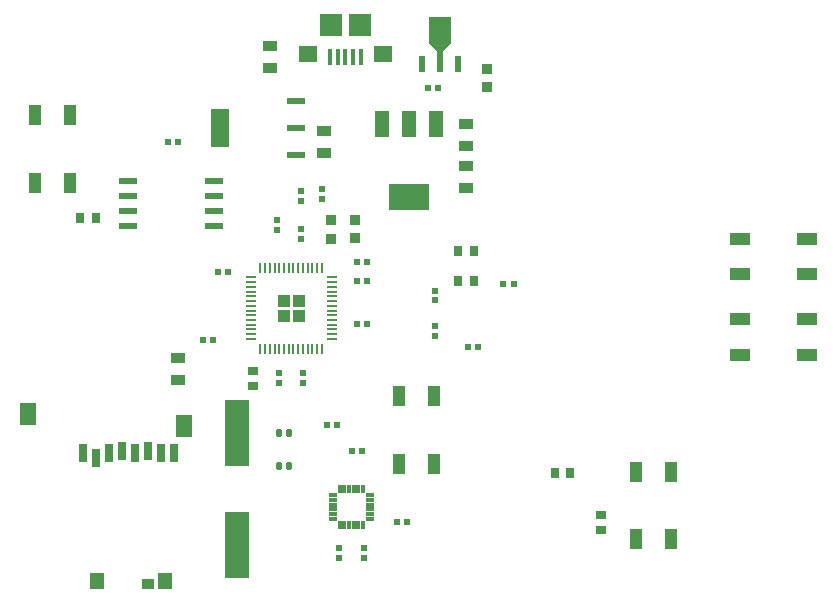
<source format=gbr>
%TF.GenerationSoftware,KiCad,Pcbnew,7.0.1*%
%TF.CreationDate,2023-05-24T15:14:25-04:00*%
%TF.ProjectId,Drone_PCB,44726f6e-655f-4504-9342-2e6b69636164,rev?*%
%TF.SameCoordinates,Original*%
%TF.FileFunction,Paste,Top*%
%TF.FilePolarity,Positive*%
%FSLAX46Y46*%
G04 Gerber Fmt 4.6, Leading zero omitted, Abs format (unit mm)*
G04 Created by KiCad (PCBNEW 7.0.1) date 2023-05-24 15:14:25*
%MOMM*%
%LPD*%
G01*
G04 APERTURE LIST*
G04 Aperture macros list*
%AMRoundRect*
0 Rectangle with rounded corners*
0 $1 Rounding radius*
0 $2 $3 $4 $5 $6 $7 $8 $9 X,Y pos of 4 corners*
0 Add a 4 corners polygon primitive as box body*
4,1,4,$2,$3,$4,$5,$6,$7,$8,$9,$2,$3,0*
0 Add four circle primitives for the rounded corners*
1,1,$1+$1,$2,$3*
1,1,$1+$1,$4,$5*
1,1,$1+$1,$6,$7*
1,1,$1+$1,$8,$9*
0 Add four rect primitives between the rounded corners*
20,1,$1+$1,$2,$3,$4,$5,0*
20,1,$1+$1,$4,$5,$6,$7,0*
20,1,$1+$1,$6,$7,$8,$9,0*
20,1,$1+$1,$8,$9,$2,$3,0*%
G04 Aperture macros list end*
%ADD10R,0.590000X0.630000*%
%ADD11R,0.700000X0.900000*%
%ADD12R,0.630000X0.590000*%
%ADD13R,1.200000X2.200000*%
%ADD14R,3.500000X2.200000*%
%ADD15R,2.100000X5.600000*%
%ADD16R,1.701800X0.990600*%
%ADD17R,0.990600X1.701800*%
%ADD18RoundRect,0.250000X-0.292217X-0.292217X0.292217X-0.292217X0.292217X0.292217X-0.292217X0.292217X0*%
%ADD19RoundRect,0.050000X-0.387500X-0.050000X0.387500X-0.050000X0.387500X0.050000X-0.387500X0.050000X0*%
%ADD20RoundRect,0.050000X-0.050000X-0.387500X0.050000X-0.387500X0.050000X0.387500X-0.050000X0.387500X0*%
%ADD21R,0.930000X0.870000*%
%ADD22R,1.524000X0.533400*%
%ADD23R,1.250000X0.855600*%
%ADD24R,0.540000X0.600000*%
%ADD25RoundRect,0.075600X0.194400X-0.224400X0.194400X0.224400X-0.194400X0.224400X-0.194400X-0.224400X0*%
%ADD26R,0.630000X0.560000*%
%ADD27RoundRect,0.006600X-0.313400X-0.103400X0.313400X-0.103400X0.313400X0.103400X-0.313400X0.103400X0*%
%ADD28RoundRect,0.006600X0.103400X-0.313400X0.103400X0.313400X-0.103400X0.313400X-0.103400X-0.313400X0*%
%ADD29RoundRect,0.006600X0.313400X0.103400X-0.313400X0.103400X-0.313400X-0.103400X0.313400X-0.103400X0*%
%ADD30RoundRect,0.006600X-0.103400X0.313400X-0.103400X-0.313400X0.103400X-0.313400X0.103400X0.313400X0*%
%ADD31R,0.900000X0.700000*%
%ADD32R,1.549400X0.609600*%
%ADD33R,0.800000X1.500000*%
%ADD34R,1.000000X0.950000*%
%ADD35R,1.300000X1.400000*%
%ADD36R,1.400000X1.900000*%
%ADD37R,0.600000X0.590000*%
%ADD38R,0.482600X1.397000*%
%ADD39R,0.558800X1.397000*%
%ADD40R,0.400000X1.350000*%
%ADD41R,1.600000X1.400000*%
%ADD42R,1.900000X1.900000*%
G04 APERTURE END LIST*
%TO.C,U7*%
G36*
X132148900Y-112025600D02*
G01*
X130599500Y-112025600D01*
X130599500Y-108774400D01*
X132148900Y-108774400D01*
X132148900Y-112025600D01*
G37*
%TO.C,U4*%
G36*
X150914400Y-103304800D02*
G01*
X150279400Y-103939800D01*
X150279400Y-104295400D01*
X149720600Y-104295400D01*
X149720600Y-103939800D01*
X149085600Y-103304800D01*
X149085600Y-101044200D01*
X150914400Y-101044200D01*
X150914400Y-103304800D01*
G37*
%TD*%
D10*
%TO.C,C3*%
X127840000Y-111600000D03*
X127000000Y-111600000D03*
%TD*%
D11*
%TO.C,R10*%
X161050000Y-139600000D03*
X159750000Y-139600000D03*
%TD*%
D12*
%TO.C,C8*%
X143600000Y-146820000D03*
X143600000Y-145980000D03*
%TD*%
D13*
%TO.C,U2*%
X149700000Y-110100000D03*
X147400000Y-110100000D03*
X145100000Y-110100000D03*
D14*
X147400000Y-116300000D03*
%TD*%
D15*
%TO.C,Y1*%
X132800000Y-136250000D03*
X132800000Y-145750000D03*
%TD*%
D16*
%TO.C,SW5*%
X175400000Y-119800000D03*
X181115000Y-119800000D03*
X175400000Y-122800000D03*
X181115000Y-122800000D03*
%TD*%
D17*
%TO.C,SW2*%
X146500000Y-138857500D03*
X146500000Y-133142500D03*
X149500000Y-138857500D03*
X149500000Y-133142500D03*
%TD*%
D12*
%TO.C,C6*%
X149600000Y-125020000D03*
X149600000Y-124180000D03*
%TD*%
D11*
%TO.C,R6*%
X152850000Y-123400000D03*
X151550000Y-123400000D03*
%TD*%
D18*
%TO.C,U1*%
X136762500Y-125037500D03*
X136762500Y-126312500D03*
X138037500Y-125037500D03*
X138037500Y-126312500D03*
D19*
X133962500Y-123075000D03*
X133962500Y-123475000D03*
X133962500Y-123875000D03*
X133962500Y-124275000D03*
X133962500Y-124675000D03*
X133962500Y-125075000D03*
X133962500Y-125475000D03*
X133962500Y-125875000D03*
X133962500Y-126275000D03*
X133962500Y-126675000D03*
X133962500Y-127075000D03*
X133962500Y-127475000D03*
X133962500Y-127875000D03*
X133962500Y-128275000D03*
D20*
X134800000Y-129112500D03*
X135200000Y-129112500D03*
X135600000Y-129112500D03*
X136000000Y-129112500D03*
X136400000Y-129112500D03*
X136800000Y-129112500D03*
X137200000Y-129112500D03*
X137600000Y-129112500D03*
X138000000Y-129112500D03*
X138400000Y-129112500D03*
X138800000Y-129112500D03*
X139200000Y-129112500D03*
X139600000Y-129112500D03*
X140000000Y-129112500D03*
D19*
X140837500Y-128275000D03*
X140837500Y-127875000D03*
X140837500Y-127475000D03*
X140837500Y-127075000D03*
X140837500Y-126675000D03*
X140837500Y-126275000D03*
X140837500Y-125875000D03*
X140837500Y-125475000D03*
X140837500Y-125075000D03*
X140837500Y-124675000D03*
X140837500Y-124275000D03*
X140837500Y-123875000D03*
X140837500Y-123475000D03*
X140837500Y-123075000D03*
D20*
X140000000Y-122237500D03*
X139600000Y-122237500D03*
X139200000Y-122237500D03*
X138800000Y-122237500D03*
X138400000Y-122237500D03*
X138000000Y-122237500D03*
X137600000Y-122237500D03*
X137200000Y-122237500D03*
X136800000Y-122237500D03*
X136400000Y-122237500D03*
X136000000Y-122237500D03*
X135600000Y-122237500D03*
X135200000Y-122237500D03*
X134800000Y-122237500D03*
%TD*%
D10*
%TO.C,C23*%
X143000000Y-121800000D03*
X143840000Y-121800000D03*
%TD*%
%TO.C,C20*%
X130820000Y-128400000D03*
X129980000Y-128400000D03*
%TD*%
D21*
%TO.C,C14*%
X142800000Y-119762500D03*
X142800000Y-118202500D03*
%TD*%
D12*
%TO.C,C16*%
X138400000Y-131180000D03*
X138400000Y-132020000D03*
%TD*%
D21*
%TO.C,C26*%
X154000000Y-106980000D03*
X154000000Y-105420000D03*
%TD*%
D22*
%TO.C,U5*%
X123592600Y-114932500D03*
X123592600Y-116202500D03*
X123592600Y-117472500D03*
X123592600Y-118742500D03*
X130882400Y-118742500D03*
X130882400Y-117472500D03*
X130882400Y-116202500D03*
X130882400Y-114932500D03*
%TD*%
D23*
%TO.C,C11*%
X135600000Y-103472200D03*
X135600000Y-105327800D03*
%TD*%
D21*
%TO.C,C13*%
X140800000Y-119780000D03*
X140800000Y-118220000D03*
%TD*%
D17*
%TO.C,SW1*%
X118700000Y-109342500D03*
X118700000Y-115057500D03*
X115700000Y-109342500D03*
X115700000Y-115057500D03*
%TD*%
D24*
%TO.C,R12*%
X153232000Y-129000000D03*
X152368000Y-129000000D03*
%TD*%
D12*
%TO.C,C18*%
X138200000Y-118980000D03*
X138200000Y-119820000D03*
%TD*%
D25*
%TO.C,C4*%
X136370000Y-139000000D03*
X137230000Y-139000000D03*
%TD*%
D24*
%TO.C,R11*%
X155368000Y-123600000D03*
X156232000Y-123600000D03*
%TD*%
D12*
%TO.C,C9*%
X141420000Y-146820000D03*
X141420000Y-145980000D03*
%TD*%
%TO.C,C15*%
X136200000Y-119020000D03*
X136200000Y-118180000D03*
%TD*%
D26*
%TO.C,C24*%
X149600000Y-127165000D03*
X149600000Y-128035000D03*
%TD*%
D11*
%TO.C,R3*%
X119550000Y-118000000D03*
X120850000Y-118000000D03*
%TD*%
D10*
%TO.C,C22*%
X132020000Y-122637500D03*
X131180000Y-122637500D03*
%TD*%
%TO.C,C25*%
X149800000Y-107000000D03*
X148960000Y-107000000D03*
%TD*%
D25*
%TO.C,C5*%
X136370000Y-136200000D03*
X137230000Y-136200000D03*
%TD*%
D11*
%TO.C,R5*%
X152850000Y-120800000D03*
X151550000Y-120800000D03*
%TD*%
D27*
%TO.C,U3*%
X140955000Y-141500000D03*
X140955000Y-141900000D03*
X140955000Y-142300000D03*
X140955000Y-142700000D03*
X140955000Y-143100000D03*
X140955000Y-143500000D03*
D28*
X141500000Y-144045000D03*
X141900000Y-144045000D03*
X142300000Y-144045000D03*
X142700000Y-144045000D03*
X143100000Y-144045000D03*
X143500000Y-144045000D03*
D29*
X144045000Y-143500000D03*
X144045000Y-143100000D03*
X144045000Y-142700000D03*
X144045000Y-142300000D03*
X144045000Y-141900000D03*
X144045000Y-141500000D03*
D30*
X143500000Y-140955000D03*
X143100000Y-140955000D03*
X142700000Y-140955000D03*
X142300000Y-140955000D03*
X141900000Y-140955000D03*
X141500000Y-140955000D03*
%TD*%
D23*
%TO.C,C10*%
X127800000Y-129872200D03*
X127800000Y-131727800D03*
%TD*%
D31*
%TO.C,R9*%
X163600000Y-143150000D03*
X163600000Y-144450000D03*
%TD*%
D12*
%TO.C,C17*%
X136400000Y-132020000D03*
X136400000Y-131180000D03*
%TD*%
D24*
%TO.C,R8*%
X141264000Y-135600000D03*
X140400000Y-135600000D03*
%TD*%
D16*
%TO.C,SW4*%
X175400000Y-126600000D03*
X181115000Y-126600000D03*
X175400000Y-129600000D03*
X181115000Y-129600000D03*
%TD*%
D32*
%TO.C,U7*%
X137825800Y-112698700D03*
X137825800Y-110400000D03*
X137825800Y-108101300D03*
%TD*%
D33*
%TO.C,J1*%
X119800000Y-137940000D03*
X120900000Y-138340000D03*
X122000000Y-137940000D03*
X123100000Y-137740000D03*
X124200000Y-137940000D03*
X125300000Y-137740000D03*
X126400000Y-137940000D03*
X127500000Y-137940000D03*
D34*
X125300000Y-149025000D03*
D35*
X126690000Y-148800000D03*
X120990000Y-148800000D03*
D36*
X115140000Y-134650000D03*
X128290000Y-135650000D03*
%TD*%
D37*
%TO.C,R2*%
X140000000Y-115600000D03*
X140000000Y-116440000D03*
%TD*%
D38*
%TO.C,U4*%
X148505000Y-104993900D03*
D39*
X150000000Y-104993900D03*
D38*
X151495000Y-104993900D03*
%TD*%
D10*
%TO.C,C19*%
X143840000Y-123400000D03*
X143000000Y-123400000D03*
%TD*%
D23*
%TO.C,C12*%
X140200000Y-110672200D03*
X140200000Y-112527800D03*
%TD*%
D31*
%TO.C,R4*%
X134200000Y-130950000D03*
X134200000Y-132250000D03*
%TD*%
D10*
%TO.C,C21*%
X142980000Y-127000000D03*
X143820000Y-127000000D03*
%TD*%
D40*
%TO.C,J2*%
X143300000Y-104400000D03*
X142650000Y-104400000D03*
X142000000Y-104400000D03*
X141350000Y-104400000D03*
X140700000Y-104400000D03*
D41*
X145200000Y-104175000D03*
X138800000Y-104175000D03*
D42*
X140800000Y-101725000D03*
X143200000Y-101725000D03*
%TD*%
D23*
%TO.C,C2*%
X152200000Y-110072200D03*
X152200000Y-111927800D03*
%TD*%
D37*
%TO.C,R1*%
X138200000Y-115780000D03*
X138200000Y-116620000D03*
%TD*%
D23*
%TO.C,C1*%
X152200000Y-115527800D03*
X152200000Y-113672200D03*
%TD*%
D24*
%TO.C,R7*%
X142568000Y-137800000D03*
X143432000Y-137800000D03*
%TD*%
D17*
%TO.C,SW3*%
X166600000Y-145257500D03*
X166600000Y-139542500D03*
X169600000Y-145257500D03*
X169600000Y-139542500D03*
%TD*%
D10*
%TO.C,C7*%
X146380000Y-143800000D03*
X147220000Y-143800000D03*
%TD*%
M02*

</source>
